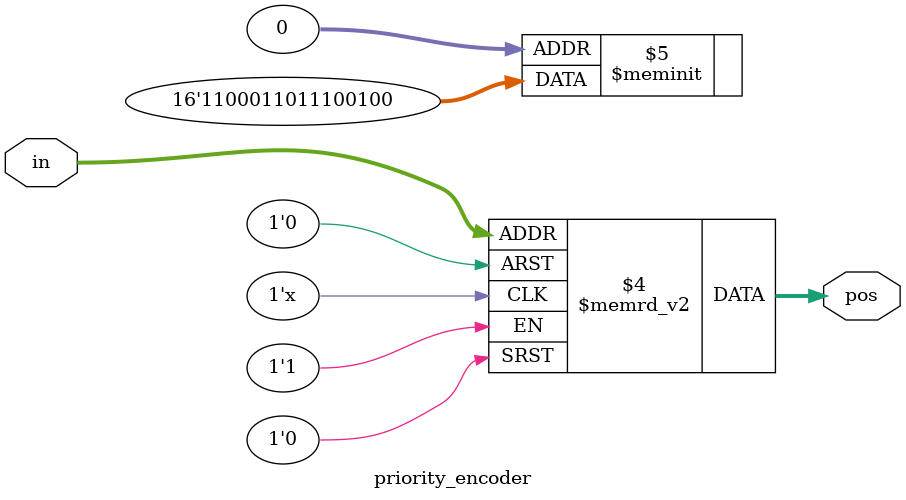
<source format=v>
module priority_encoder( 
input [2:0] in,
output reg [1:0] pos ); 
// When sel=1, assign b to out
always @(*)
begin
case (in)
3'b000: pos=2'b00;
3'b001: pos=2'b01;
3'b010: pos=2'b10;
3'b011: pos=2'b11;
3'b100: pos=2'b10;
3'b101: pos=2'b01;
3'b110: pos=2'b00;
3'b111: pos=2'b11;
default: pos=2'b00;
endcase
end
endmodule

</source>
